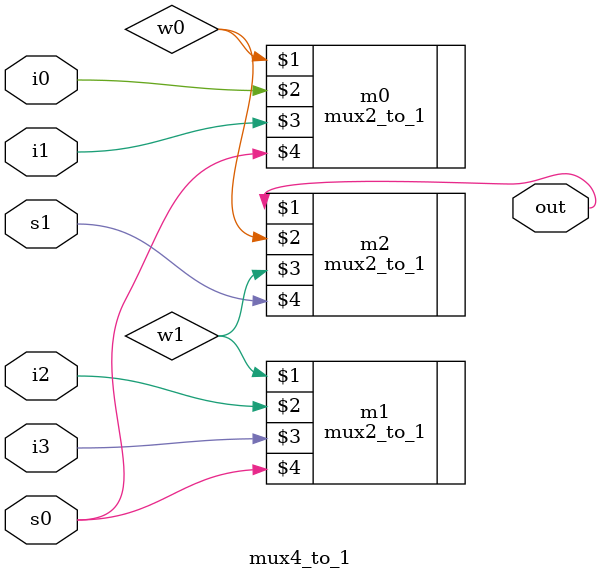
<source format=v>
`timescale 1ns / 1ps



// Module 4-to-1 multiplexer
module mux4_to_1 (out, i0, i1, i2, i3, s1, s0);

output out;
input i0, i1, i2, i3;
input s1, s0;


wire w0, w1;
 mux2_to_1 m0 (w0, i0, i1, s0);
 mux2_to_1 m1 (w1, i2, i3, s0);
 mux2_to_1 m2 (out, w0, w1, s1);

endmodule
</source>
